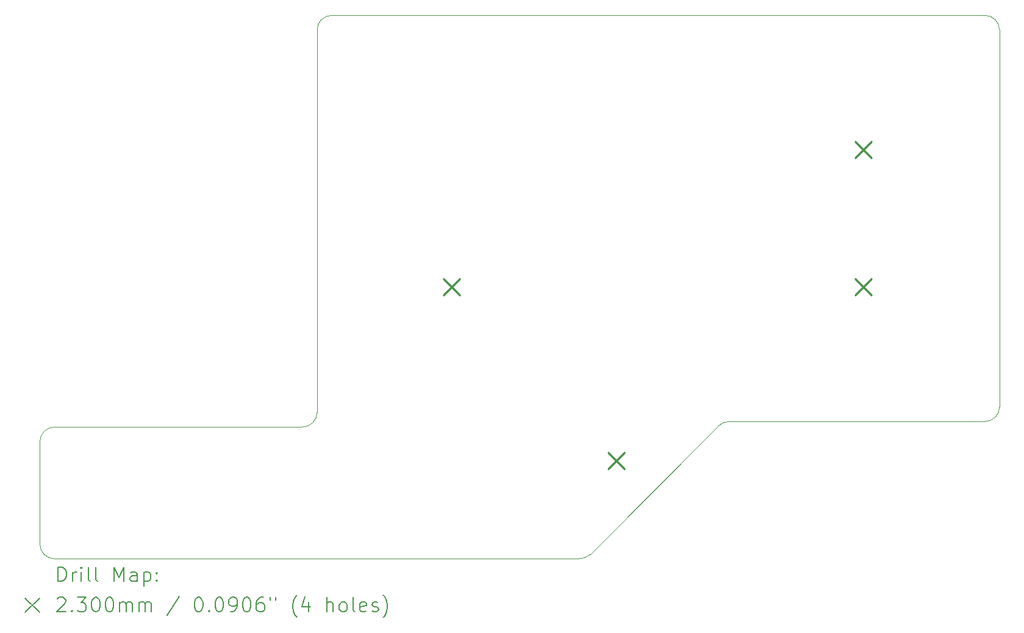
<source format=gbr>
%TF.GenerationSoftware,KiCad,Pcbnew,(6.0.10)*%
%TF.CreationDate,2023-03-05T22:19:38-08:00*%
%TF.ProjectId,tsbym-top_plate,74736279-6d2d-4746-9f70-5f706c617465,rev?*%
%TF.SameCoordinates,Original*%
%TF.FileFunction,Drillmap*%
%TF.FilePolarity,Positive*%
%FSLAX45Y45*%
G04 Gerber Fmt 4.5, Leading zero omitted, Abs format (unit mm)*
G04 Created by KiCad (PCBNEW (6.0.10)) date 2023-03-05 22:19:38*
%MOMM*%
%LPD*%
G01*
G04 APERTURE LIST*
%ADD10C,0.100000*%
%ADD11C,0.200000*%
%ADD12C,0.230000*%
G04 APERTURE END LIST*
D10*
X20675600Y-11709400D02*
G75*
G03*
X20878800Y-11506200I0J203200D01*
G01*
X11201400Y-11785600D02*
G75*
G03*
X11404600Y-11582400I0J203200D01*
G01*
X11404600Y-6273800D02*
X11404600Y-11582400D01*
X7759700Y-11785600D02*
G75*
G03*
X7556500Y-11988800I0J-203200D01*
G01*
X20675600Y-6070600D02*
X11607800Y-6070600D01*
X17132300Y-11709400D02*
G75*
G03*
X16977477Y-11766148I546J-241060D01*
G01*
X20878800Y-6273800D02*
G75*
G03*
X20675600Y-6070600I-203200J0D01*
G01*
X15191623Y-13557652D02*
X16977477Y-11766148D01*
X7556500Y-13411200D02*
G75*
G03*
X7759700Y-13614400I203200J0D01*
G01*
X20472400Y-11709400D02*
X17132300Y-11709400D01*
X20878800Y-11506200D02*
X20878800Y-6273800D01*
X11607800Y-6070600D02*
G75*
G03*
X11404600Y-6273800I0J-203200D01*
G01*
X11201400Y-11785600D02*
X7759700Y-11785600D01*
X15036800Y-13614400D02*
X7759700Y-13614400D01*
X20472400Y-11709400D02*
X20675600Y-11709400D01*
X7556500Y-11988800D02*
X7556500Y-13411200D01*
X15036800Y-13614400D02*
G75*
G03*
X15191623Y-13557652I-546J241060D01*
G01*
D11*
D12*
X13156500Y-9727500D02*
X13386500Y-9957500D01*
X13386500Y-9727500D02*
X13156500Y-9957500D01*
X15442500Y-12140500D02*
X15672500Y-12370500D01*
X15672500Y-12140500D02*
X15442500Y-12370500D01*
X18871500Y-7822500D02*
X19101500Y-8052500D01*
X19101500Y-7822500D02*
X18871500Y-8052500D01*
X18871500Y-9727500D02*
X19101500Y-9957500D01*
X19101500Y-9727500D02*
X18871500Y-9957500D01*
D11*
X7809119Y-13929876D02*
X7809119Y-13729876D01*
X7856738Y-13729876D01*
X7885309Y-13739400D01*
X7904357Y-13758448D01*
X7913881Y-13777495D01*
X7923405Y-13815590D01*
X7923405Y-13844162D01*
X7913881Y-13882257D01*
X7904357Y-13901305D01*
X7885309Y-13920352D01*
X7856738Y-13929876D01*
X7809119Y-13929876D01*
X8009119Y-13929876D02*
X8009119Y-13796543D01*
X8009119Y-13834638D02*
X8018643Y-13815590D01*
X8028167Y-13806067D01*
X8047214Y-13796543D01*
X8066262Y-13796543D01*
X8132928Y-13929876D02*
X8132928Y-13796543D01*
X8132928Y-13729876D02*
X8123405Y-13739400D01*
X8132928Y-13748924D01*
X8142452Y-13739400D01*
X8132928Y-13729876D01*
X8132928Y-13748924D01*
X8256738Y-13929876D02*
X8237690Y-13920352D01*
X8228167Y-13901305D01*
X8228167Y-13729876D01*
X8361500Y-13929876D02*
X8342452Y-13920352D01*
X8332928Y-13901305D01*
X8332928Y-13729876D01*
X8590071Y-13929876D02*
X8590071Y-13729876D01*
X8656738Y-13872733D01*
X8723405Y-13729876D01*
X8723405Y-13929876D01*
X8904357Y-13929876D02*
X8904357Y-13825114D01*
X8894833Y-13806067D01*
X8875786Y-13796543D01*
X8837690Y-13796543D01*
X8818643Y-13806067D01*
X8904357Y-13920352D02*
X8885310Y-13929876D01*
X8837690Y-13929876D01*
X8818643Y-13920352D01*
X8809119Y-13901305D01*
X8809119Y-13882257D01*
X8818643Y-13863209D01*
X8837690Y-13853686D01*
X8885310Y-13853686D01*
X8904357Y-13844162D01*
X8999595Y-13796543D02*
X8999595Y-13996543D01*
X8999595Y-13806067D02*
X9018643Y-13796543D01*
X9056738Y-13796543D01*
X9075786Y-13806067D01*
X9085310Y-13815590D01*
X9094833Y-13834638D01*
X9094833Y-13891781D01*
X9085310Y-13910828D01*
X9075786Y-13920352D01*
X9056738Y-13929876D01*
X9018643Y-13929876D01*
X8999595Y-13920352D01*
X9180548Y-13910828D02*
X9190071Y-13920352D01*
X9180548Y-13929876D01*
X9171024Y-13920352D01*
X9180548Y-13910828D01*
X9180548Y-13929876D01*
X9180548Y-13806067D02*
X9190071Y-13815590D01*
X9180548Y-13825114D01*
X9171024Y-13815590D01*
X9180548Y-13806067D01*
X9180548Y-13825114D01*
X7351500Y-14159400D02*
X7551500Y-14359400D01*
X7551500Y-14159400D02*
X7351500Y-14359400D01*
X7799595Y-14168924D02*
X7809119Y-14159400D01*
X7828167Y-14149876D01*
X7875786Y-14149876D01*
X7894833Y-14159400D01*
X7904357Y-14168924D01*
X7913881Y-14187971D01*
X7913881Y-14207019D01*
X7904357Y-14235590D01*
X7790071Y-14349876D01*
X7913881Y-14349876D01*
X7999595Y-14330828D02*
X8009119Y-14340352D01*
X7999595Y-14349876D01*
X7990071Y-14340352D01*
X7999595Y-14330828D01*
X7999595Y-14349876D01*
X8075786Y-14149876D02*
X8199595Y-14149876D01*
X8132928Y-14226067D01*
X8161500Y-14226067D01*
X8180548Y-14235590D01*
X8190071Y-14245114D01*
X8199595Y-14264162D01*
X8199595Y-14311781D01*
X8190071Y-14330828D01*
X8180548Y-14340352D01*
X8161500Y-14349876D01*
X8104357Y-14349876D01*
X8085309Y-14340352D01*
X8075786Y-14330828D01*
X8323405Y-14149876D02*
X8342452Y-14149876D01*
X8361500Y-14159400D01*
X8371024Y-14168924D01*
X8380548Y-14187971D01*
X8390071Y-14226067D01*
X8390071Y-14273686D01*
X8380548Y-14311781D01*
X8371024Y-14330828D01*
X8361500Y-14340352D01*
X8342452Y-14349876D01*
X8323405Y-14349876D01*
X8304357Y-14340352D01*
X8294833Y-14330828D01*
X8285309Y-14311781D01*
X8275786Y-14273686D01*
X8275786Y-14226067D01*
X8285309Y-14187971D01*
X8294833Y-14168924D01*
X8304357Y-14159400D01*
X8323405Y-14149876D01*
X8513881Y-14149876D02*
X8532929Y-14149876D01*
X8551976Y-14159400D01*
X8561500Y-14168924D01*
X8571024Y-14187971D01*
X8580548Y-14226067D01*
X8580548Y-14273686D01*
X8571024Y-14311781D01*
X8561500Y-14330828D01*
X8551976Y-14340352D01*
X8532929Y-14349876D01*
X8513881Y-14349876D01*
X8494833Y-14340352D01*
X8485310Y-14330828D01*
X8475786Y-14311781D01*
X8466262Y-14273686D01*
X8466262Y-14226067D01*
X8475786Y-14187971D01*
X8485310Y-14168924D01*
X8494833Y-14159400D01*
X8513881Y-14149876D01*
X8666262Y-14349876D02*
X8666262Y-14216543D01*
X8666262Y-14235590D02*
X8675786Y-14226067D01*
X8694833Y-14216543D01*
X8723405Y-14216543D01*
X8742452Y-14226067D01*
X8751976Y-14245114D01*
X8751976Y-14349876D01*
X8751976Y-14245114D02*
X8761500Y-14226067D01*
X8780548Y-14216543D01*
X8809119Y-14216543D01*
X8828167Y-14226067D01*
X8837690Y-14245114D01*
X8837690Y-14349876D01*
X8932929Y-14349876D02*
X8932929Y-14216543D01*
X8932929Y-14235590D02*
X8942452Y-14226067D01*
X8961500Y-14216543D01*
X8990071Y-14216543D01*
X9009119Y-14226067D01*
X9018643Y-14245114D01*
X9018643Y-14349876D01*
X9018643Y-14245114D02*
X9028167Y-14226067D01*
X9047214Y-14216543D01*
X9075786Y-14216543D01*
X9094833Y-14226067D01*
X9104357Y-14245114D01*
X9104357Y-14349876D01*
X9494833Y-14140352D02*
X9323405Y-14397495D01*
X9751976Y-14149876D02*
X9771024Y-14149876D01*
X9790071Y-14159400D01*
X9799595Y-14168924D01*
X9809119Y-14187971D01*
X9818643Y-14226067D01*
X9818643Y-14273686D01*
X9809119Y-14311781D01*
X9799595Y-14330828D01*
X9790071Y-14340352D01*
X9771024Y-14349876D01*
X9751976Y-14349876D01*
X9732929Y-14340352D01*
X9723405Y-14330828D01*
X9713881Y-14311781D01*
X9704357Y-14273686D01*
X9704357Y-14226067D01*
X9713881Y-14187971D01*
X9723405Y-14168924D01*
X9732929Y-14159400D01*
X9751976Y-14149876D01*
X9904357Y-14330828D02*
X9913881Y-14340352D01*
X9904357Y-14349876D01*
X9894833Y-14340352D01*
X9904357Y-14330828D01*
X9904357Y-14349876D01*
X10037690Y-14149876D02*
X10056738Y-14149876D01*
X10075786Y-14159400D01*
X10085310Y-14168924D01*
X10094833Y-14187971D01*
X10104357Y-14226067D01*
X10104357Y-14273686D01*
X10094833Y-14311781D01*
X10085310Y-14330828D01*
X10075786Y-14340352D01*
X10056738Y-14349876D01*
X10037690Y-14349876D01*
X10018643Y-14340352D01*
X10009119Y-14330828D01*
X9999595Y-14311781D01*
X9990071Y-14273686D01*
X9990071Y-14226067D01*
X9999595Y-14187971D01*
X10009119Y-14168924D01*
X10018643Y-14159400D01*
X10037690Y-14149876D01*
X10199595Y-14349876D02*
X10237690Y-14349876D01*
X10256738Y-14340352D01*
X10266262Y-14330828D01*
X10285310Y-14302257D01*
X10294833Y-14264162D01*
X10294833Y-14187971D01*
X10285310Y-14168924D01*
X10275786Y-14159400D01*
X10256738Y-14149876D01*
X10218643Y-14149876D01*
X10199595Y-14159400D01*
X10190071Y-14168924D01*
X10180548Y-14187971D01*
X10180548Y-14235590D01*
X10190071Y-14254638D01*
X10199595Y-14264162D01*
X10218643Y-14273686D01*
X10256738Y-14273686D01*
X10275786Y-14264162D01*
X10285310Y-14254638D01*
X10294833Y-14235590D01*
X10418643Y-14149876D02*
X10437690Y-14149876D01*
X10456738Y-14159400D01*
X10466262Y-14168924D01*
X10475786Y-14187971D01*
X10485310Y-14226067D01*
X10485310Y-14273686D01*
X10475786Y-14311781D01*
X10466262Y-14330828D01*
X10456738Y-14340352D01*
X10437690Y-14349876D01*
X10418643Y-14349876D01*
X10399595Y-14340352D01*
X10390071Y-14330828D01*
X10380548Y-14311781D01*
X10371024Y-14273686D01*
X10371024Y-14226067D01*
X10380548Y-14187971D01*
X10390071Y-14168924D01*
X10399595Y-14159400D01*
X10418643Y-14149876D01*
X10656738Y-14149876D02*
X10618643Y-14149876D01*
X10599595Y-14159400D01*
X10590071Y-14168924D01*
X10571024Y-14197495D01*
X10561500Y-14235590D01*
X10561500Y-14311781D01*
X10571024Y-14330828D01*
X10580548Y-14340352D01*
X10599595Y-14349876D01*
X10637690Y-14349876D01*
X10656738Y-14340352D01*
X10666262Y-14330828D01*
X10675786Y-14311781D01*
X10675786Y-14264162D01*
X10666262Y-14245114D01*
X10656738Y-14235590D01*
X10637690Y-14226067D01*
X10599595Y-14226067D01*
X10580548Y-14235590D01*
X10571024Y-14245114D01*
X10561500Y-14264162D01*
X10751976Y-14149876D02*
X10751976Y-14187971D01*
X10828167Y-14149876D02*
X10828167Y-14187971D01*
X11123405Y-14426067D02*
X11113881Y-14416543D01*
X11094833Y-14387971D01*
X11085310Y-14368924D01*
X11075786Y-14340352D01*
X11066262Y-14292733D01*
X11066262Y-14254638D01*
X11075786Y-14207019D01*
X11085310Y-14178448D01*
X11094833Y-14159400D01*
X11113881Y-14130828D01*
X11123405Y-14121305D01*
X11285309Y-14216543D02*
X11285309Y-14349876D01*
X11237690Y-14140352D02*
X11190071Y-14283209D01*
X11313881Y-14283209D01*
X11542452Y-14349876D02*
X11542452Y-14149876D01*
X11628167Y-14349876D02*
X11628167Y-14245114D01*
X11618643Y-14226067D01*
X11599595Y-14216543D01*
X11571024Y-14216543D01*
X11551976Y-14226067D01*
X11542452Y-14235590D01*
X11751976Y-14349876D02*
X11732928Y-14340352D01*
X11723405Y-14330828D01*
X11713881Y-14311781D01*
X11713881Y-14254638D01*
X11723405Y-14235590D01*
X11732928Y-14226067D01*
X11751976Y-14216543D01*
X11780548Y-14216543D01*
X11799595Y-14226067D01*
X11809119Y-14235590D01*
X11818643Y-14254638D01*
X11818643Y-14311781D01*
X11809119Y-14330828D01*
X11799595Y-14340352D01*
X11780548Y-14349876D01*
X11751976Y-14349876D01*
X11932928Y-14349876D02*
X11913881Y-14340352D01*
X11904357Y-14321305D01*
X11904357Y-14149876D01*
X12085309Y-14340352D02*
X12066262Y-14349876D01*
X12028167Y-14349876D01*
X12009119Y-14340352D01*
X11999595Y-14321305D01*
X11999595Y-14245114D01*
X12009119Y-14226067D01*
X12028167Y-14216543D01*
X12066262Y-14216543D01*
X12085309Y-14226067D01*
X12094833Y-14245114D01*
X12094833Y-14264162D01*
X11999595Y-14283209D01*
X12171024Y-14340352D02*
X12190071Y-14349876D01*
X12228167Y-14349876D01*
X12247214Y-14340352D01*
X12256738Y-14321305D01*
X12256738Y-14311781D01*
X12247214Y-14292733D01*
X12228167Y-14283209D01*
X12199595Y-14283209D01*
X12180548Y-14273686D01*
X12171024Y-14254638D01*
X12171024Y-14245114D01*
X12180548Y-14226067D01*
X12199595Y-14216543D01*
X12228167Y-14216543D01*
X12247214Y-14226067D01*
X12323405Y-14426067D02*
X12332928Y-14416543D01*
X12351976Y-14387971D01*
X12361500Y-14368924D01*
X12371024Y-14340352D01*
X12380548Y-14292733D01*
X12380548Y-14254638D01*
X12371024Y-14207019D01*
X12361500Y-14178448D01*
X12351976Y-14159400D01*
X12332928Y-14130828D01*
X12323405Y-14121305D01*
M02*

</source>
